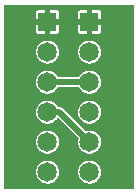
<source format=gtl>
%FSLAX33Y33*%
%MOMM*%
%ADD10C,0.0508*%
%ADD11C,0.508*%
%ADD12R,1.65X1.65*%
%ADD13C,1.65*%
D10*
%LNpour fill*%
G01*
X11430Y16002D02*
X11430Y16002D01*
X0508Y16002*
X0508Y0508*
X11430Y0508*
X11430Y16002*
X5016Y13576D02*
X4391Y13576D01*
X4391Y13831*
X3991Y13831*
X3991Y13576*
X3366Y13576*
X3334Y13578*
X3303Y13586*
X3273Y13598*
X3246Y13615*
X3222Y13636*
X3201Y13660*
X3184Y13687*
X3172Y13717*
X3164Y13748*
X3162Y13780*
X3162Y14405*
X3417Y14405*
X3417Y14805*
X3162Y14805*
X3162Y15430*
X3164Y15462*
X3172Y15493*
X3184Y15523*
X3201Y15550*
X3222Y15574*
X3246Y15595*
X3273Y15612*
X3303Y15624*
X3334Y15632*
X3366Y15634*
X3991Y15634*
X3991Y15379*
X4391Y15379*
X4391Y15634*
X5016Y15634*
X5048Y15632*
X5079Y15624*
X5109Y15612*
X5136Y15595*
X5160Y15574*
X5181Y15550*
X5198Y15523*
X5210Y15493*
X5218Y15462*
X5220Y15430*
X5220Y14805*
X4965Y14805*
X4965Y14405*
X5220Y14405*
X5220Y13780*
X5218Y13748*
X5210Y13717*
X5198Y13687*
X5181Y13660*
X5160Y13636*
X5136Y13615*
X5109Y13598*
X5079Y13586*
X5048Y13578*
X5016Y13576*
X8572Y13576D02*
X7947Y13576D01*
X7947Y13831*
X7547Y13831*
X7547Y13576*
X6922Y13576*
X6890Y13578*
X6859Y13586*
X6829Y13598*
X6802Y13615*
X6778Y13636*
X6757Y13660*
X6740Y13687*
X6728Y13717*
X6720Y13748*
X6718Y13780*
X6718Y14405*
X6973Y14405*
X6973Y14805*
X6718Y14805*
X6718Y15430*
X6720Y15462*
X6728Y15493*
X6740Y15523*
X6757Y15550*
X6778Y15574*
X6802Y15595*
X6829Y15612*
X6859Y15624*
X6890Y15632*
X6922Y15634*
X7547Y15634*
X7547Y15379*
X7947Y15379*
X7947Y15634*
X8572Y15634*
X8604Y15632*
X8635Y15624*
X8665Y15612*
X8692Y15595*
X8716Y15574*
X8737Y15550*
X8754Y15523*
X8766Y15493*
X8774Y15462*
X8776Y15430*
X8776Y14805*
X8521Y14805*
X8521Y14405*
X8776Y14405*
X8776Y13780*
X8774Y13748*
X8766Y13717*
X8754Y13687*
X8737Y13660*
X8716Y13636*
X8692Y13615*
X8665Y13598*
X8635Y13586*
X8604Y13578*
X8572Y13576*
X4315Y11043D02*
X4067Y11043D01*
X3826Y11103*
X3606Y11218*
X3421Y11383*
X3280Y11587*
X3192Y11819*
X3162Y12065*
X3192Y12311*
X3280Y12543*
X3421Y12747*
X3606Y12912*
X3826Y13027*
X4067Y13087*
X4315Y13087*
X4556Y13027*
X4776Y12912*
X4961Y12747*
X5102Y12543*
X5190Y12311*
X5220Y12065*
X5190Y11819*
X5102Y11587*
X4961Y11383*
X4776Y11218*
X4556Y11103*
X4315Y11043*
X7871Y11043D02*
X7623Y11043D01*
X7382Y11103*
X7162Y11218*
X6977Y11383*
X6836Y11587*
X6748Y11819*
X6718Y12065*
X6748Y12311*
X6836Y12543*
X6977Y12747*
X7162Y12912*
X7382Y13027*
X7623Y13087*
X7871Y13087*
X8112Y13027*
X8332Y12912*
X8517Y12747*
X8658Y12543*
X8746Y12311*
X8776Y12065*
X8746Y11819*
X8658Y11587*
X8517Y11383*
X8332Y11218*
X8112Y11103*
X7871Y11043*
X4315Y8503D02*
X4067Y8503D01*
X3826Y8563*
X3606Y8678*
X3421Y8843*
X3280Y9047*
X3192Y9279*
X3162Y9525*
X3192Y9771*
X3280Y10003*
X3421Y10207*
X3606Y10372*
X3826Y10487*
X4067Y10547*
X4315Y10547*
X4556Y10487*
X4776Y10372*
X4961Y10207*
X5116Y9983*
X6822Y9983*
X6977Y10207*
X7162Y10372*
X7382Y10487*
X7623Y10547*
X7871Y10547*
X8112Y10487*
X8332Y10372*
X8517Y10207*
X8658Y10003*
X8746Y9771*
X8776Y9525*
X8746Y9279*
X8658Y9047*
X8517Y8843*
X8332Y8678*
X8112Y8563*
X7871Y8503*
X7623Y8503*
X7382Y8563*
X7162Y8678*
X6977Y8843*
X6822Y9067*
X5116Y9067*
X4961Y8843*
X4776Y8678*
X4556Y8563*
X4315Y8503*
X7871Y3423D02*
X7623Y3423D01*
X7382Y3483*
X7162Y3598*
X6977Y3763*
X6836Y3967*
X6748Y4199*
X6718Y4445*
X6748Y4691*
X6777Y4767*
X5076Y6468*
X4961Y6303*
X4776Y6138*
X4556Y6023*
X4315Y5963*
X4067Y5963*
X3826Y6023*
X3606Y6138*
X3421Y6303*
X3280Y6507*
X3192Y6739*
X3162Y6985*
X3192Y7231*
X3280Y7463*
X3421Y7667*
X3606Y7832*
X3826Y7947*
X4067Y8007*
X4315Y8007*
X4556Y7947*
X4776Y7832*
X4961Y7667*
X5116Y7443*
X5207Y7443*
X5296Y7434*
X5382Y7408*
X5462Y7366*
X5531Y7309*
X7423Y5417*
X7623Y5467*
X7871Y5467*
X8112Y5407*
X8332Y5292*
X8517Y5127*
X8658Y4923*
X8746Y4691*
X8776Y4445*
X8746Y4199*
X8658Y3967*
X8517Y3763*
X8332Y3598*
X8112Y3483*
X7871Y3423*
X7871Y5963D02*
X7623Y5963D01*
X7382Y6023*
X7162Y6138*
X6977Y6303*
X6836Y6507*
X6748Y6739*
X6718Y6985*
X6748Y7231*
X6836Y7463*
X6977Y7667*
X7162Y7832*
X7382Y7947*
X7623Y8007*
X7871Y8007*
X8112Y7947*
X8332Y7832*
X8517Y7667*
X8658Y7463*
X8746Y7231*
X8776Y6985*
X8746Y6739*
X8658Y6507*
X8517Y6303*
X8332Y6138*
X8112Y6023*
X7871Y5963*
X4315Y3423D02*
X4067Y3423D01*
X3826Y3483*
X3606Y3598*
X3421Y3763*
X3280Y3967*
X3192Y4199*
X3162Y4445*
X3192Y4691*
X3280Y4923*
X3421Y5127*
X3606Y5292*
X3826Y5407*
X4067Y5467*
X4315Y5467*
X4556Y5407*
X4776Y5292*
X4961Y5127*
X5102Y4923*
X5190Y4691*
X5220Y4445*
X5190Y4199*
X5102Y3967*
X4961Y3763*
X4776Y3598*
X4556Y3483*
X4315Y3423*
X4315Y0883D02*
X4067Y0883D01*
X3826Y0943*
X3606Y1058*
X3421Y1223*
X3280Y1427*
X3192Y1659*
X3162Y1905*
X3192Y2151*
X3280Y2383*
X3421Y2587*
X3606Y2752*
X3826Y2867*
X4067Y2927*
X4315Y2927*
X4556Y2867*
X4776Y2752*
X4961Y2587*
X5102Y2383*
X5190Y2151*
X5220Y1905*
X5190Y1659*
X5102Y1427*
X4961Y1223*
X4776Y1058*
X4556Y0943*
X4315Y0883*
X7871Y0883D02*
X7623Y0883D01*
X7382Y0943*
X7162Y1058*
X6977Y1223*
X6836Y1427*
X6748Y1659*
X6718Y1905*
X6748Y2151*
X6836Y2383*
X6977Y2587*
X7162Y2752*
X7382Y2867*
X7623Y2927*
X7871Y2927*
X8112Y2867*
X8332Y2752*
X8517Y2587*
X8658Y2383*
X8746Y2151*
X8776Y1905*
X8746Y1659*
X8658Y1427*
X8517Y1223*
X8332Y1058*
X8112Y0943*
X7871Y0883*
X0508Y0558D02*
X11430Y0558D01*
X0508Y0607D02*
X11430Y0607D01*
X0508Y0657D02*
X11430Y0657D01*
X0508Y0706D02*
X11430Y0706D01*
X0508Y0756D02*
X11430Y0756D01*
X0508Y0805D02*
X11430Y0805D01*
X0508Y0855D02*
X11430Y0855D01*
X0508Y0904D02*
X3981Y0904D01*
X4401Y0904D02*
X7537Y0904D01*
X7957Y0904D02*
X11430Y0904D01*
X0508Y0954D02*
X3804Y0954D01*
X4578Y0954D02*
X7360Y0954D01*
X8134Y0954D02*
X11430Y0954D01*
X0508Y1003D02*
X3710Y1003D01*
X4672Y1003D02*
X7266Y1003D01*
X8228Y1003D02*
X11430Y1003D01*
X0508Y1053D02*
X3616Y1053D01*
X4766Y1053D02*
X7172Y1053D01*
X8322Y1053D02*
X11430Y1053D01*
X0508Y1102D02*
X3556Y1102D01*
X4826Y1102D02*
X7112Y1102D01*
X8382Y1102D02*
X11430Y1102D01*
X0508Y1152D02*
X3500Y1152D01*
X4882Y1152D02*
X7056Y1152D01*
X8438Y1152D02*
X11430Y1152D01*
X0508Y1201D02*
X3444Y1201D01*
X4938Y1201D02*
X7000Y1201D01*
X8494Y1201D02*
X11430Y1201D01*
X0508Y1251D02*
X3401Y1251D01*
X4981Y1251D02*
X6957Y1251D01*
X8537Y1251D02*
X11430Y1251D01*
X0508Y1300D02*
X3367Y1300D01*
X5015Y1300D02*
X6923Y1300D01*
X8571Y1300D02*
X11430Y1300D01*
X0508Y1350D02*
X3332Y1350D01*
X5050Y1350D02*
X6888Y1350D01*
X8606Y1350D02*
X11430Y1350D01*
X0508Y1400D02*
X3298Y1400D01*
X5084Y1400D02*
X6854Y1400D01*
X8640Y1400D02*
X11430Y1400D01*
X0508Y1449D02*
X3271Y1449D01*
X5111Y1449D02*
X6827Y1449D01*
X8667Y1449D02*
X11430Y1449D01*
X0508Y1499D02*
X3252Y1499D01*
X5130Y1499D02*
X6808Y1499D01*
X8686Y1499D02*
X11430Y1499D01*
X0508Y1548D02*
X3233Y1548D01*
X5149Y1548D02*
X6789Y1548D01*
X8705Y1548D02*
X11430Y1548D01*
X0508Y1598D02*
X3215Y1598D01*
X5167Y1598D02*
X6771Y1598D01*
X8723Y1598D02*
X11430Y1598D01*
X0508Y1647D02*
X3196Y1647D01*
X5186Y1647D02*
X6752Y1647D01*
X8742Y1647D02*
X11430Y1647D01*
X0508Y1697D02*
X3187Y1697D01*
X5195Y1697D02*
X6743Y1697D01*
X8751Y1697D02*
X11430Y1697D01*
X0508Y1746D02*
X3181Y1746D01*
X5201Y1746D02*
X6737Y1746D01*
X8757Y1746D02*
X11430Y1746D01*
X0508Y1796D02*
X3175Y1796D01*
X5207Y1796D02*
X6731Y1796D01*
X8763Y1796D02*
X11430Y1796D01*
X0508Y1845D02*
X3169Y1845D01*
X5213Y1845D02*
X6725Y1845D01*
X8769Y1845D02*
X11430Y1845D01*
X0508Y1895D02*
X3163Y1895D01*
X5219Y1895D02*
X6719Y1895D01*
X8775Y1895D02*
X11430Y1895D01*
X0508Y1944D02*
X3166Y1944D01*
X5216Y1944D02*
X6722Y1944D01*
X8772Y1944D02*
X11430Y1944D01*
X0508Y1994D02*
X3172Y1994D01*
X5210Y1994D02*
X6728Y1994D01*
X8766Y1994D02*
X11430Y1994D01*
X0508Y2043D02*
X3178Y2043D01*
X5204Y2043D02*
X6734Y2043D01*
X8760Y2043D02*
X11430Y2043D01*
X0508Y2093D02*
X3184Y2093D01*
X5198Y2093D02*
X6740Y2093D01*
X8754Y2093D02*
X11430Y2093D01*
X0508Y2142D02*
X3190Y2142D01*
X5192Y2142D02*
X6746Y2142D01*
X8748Y2142D02*
X11430Y2142D01*
X0508Y2192D02*
X3207Y2192D01*
X5175Y2192D02*
X6763Y2192D01*
X8731Y2192D02*
X11430Y2192D01*
X0508Y2242D02*
X3226Y2242D01*
X5156Y2242D02*
X6782Y2242D01*
X8712Y2242D02*
X11430Y2242D01*
X0508Y2291D02*
X3244Y2291D01*
X5138Y2291D02*
X6800Y2291D01*
X8694Y2291D02*
X11430Y2291D01*
X0508Y2341D02*
X3263Y2341D01*
X5119Y2341D02*
X6819Y2341D01*
X8675Y2341D02*
X11430Y2341D01*
X0508Y2390D02*
X3284Y2390D01*
X5098Y2390D02*
X6840Y2390D01*
X8654Y2390D02*
X11430Y2390D01*
X0508Y2440D02*
X3318Y2440D01*
X5064Y2440D02*
X6874Y2440D01*
X8620Y2440D02*
X11430Y2440D01*
X0508Y2489D02*
X3352Y2489D01*
X5030Y2489D02*
X6908Y2489D01*
X8586Y2489D02*
X11430Y2489D01*
X0508Y2539D02*
X3387Y2539D01*
X4995Y2539D02*
X6943Y2539D01*
X8551Y2539D02*
X11430Y2539D01*
X0508Y2588D02*
X3421Y2588D01*
X4961Y2588D02*
X6977Y2588D01*
X8517Y2588D02*
X11430Y2588D01*
X0508Y2638D02*
X3477Y2638D01*
X4905Y2638D02*
X7033Y2638D01*
X8461Y2638D02*
X11430Y2638D01*
X0508Y2687D02*
X3533Y2687D01*
X4849Y2687D02*
X7089Y2687D01*
X8405Y2687D02*
X11430Y2687D01*
X0508Y2737D02*
X3589Y2737D01*
X4793Y2737D02*
X7145Y2737D01*
X8349Y2737D02*
X11430Y2737D01*
X0508Y2786D02*
X3671Y2786D01*
X4711Y2786D02*
X7227Y2786D01*
X8267Y2786D02*
X11430Y2786D01*
X0508Y2836D02*
X3766Y2836D01*
X4616Y2836D02*
X7322Y2836D01*
X8172Y2836D02*
X11430Y2836D01*
X0508Y2885D02*
X3899Y2885D01*
X4483Y2885D02*
X7455Y2885D01*
X8039Y2885D02*
X11430Y2885D01*
X0508Y2935D02*
X11430Y2935D01*
X0508Y2985D02*
X11430Y2985D01*
X0508Y3034D02*
X11430Y3034D01*
X0508Y3084D02*
X11430Y3084D01*
X0508Y3133D02*
X11430Y3133D01*
X0508Y3183D02*
X11430Y3183D01*
X0508Y3232D02*
X11430Y3232D01*
X0508Y3282D02*
X11430Y3282D01*
X0508Y3331D02*
X11430Y3331D01*
X0508Y3381D02*
X11430Y3381D01*
X0508Y3430D02*
X4038Y3430D01*
X4344Y3430D02*
X7594Y3430D01*
X7900Y3430D02*
X11430Y3430D01*
X0508Y3480D02*
X3837Y3480D01*
X4545Y3480D02*
X7393Y3480D01*
X8101Y3480D02*
X11430Y3480D01*
X0508Y3529D02*
X3737Y3529D01*
X4645Y3529D02*
X7293Y3529D01*
X8201Y3529D02*
X11430Y3529D01*
X0508Y3579D02*
X3642Y3579D01*
X4740Y3579D02*
X7198Y3579D01*
X8296Y3579D02*
X11430Y3579D01*
X0508Y3628D02*
X3572Y3628D01*
X4810Y3628D02*
X7128Y3628D01*
X8366Y3628D02*
X11430Y3628D01*
X0508Y3678D02*
X3516Y3678D01*
X4866Y3678D02*
X7072Y3678D01*
X8422Y3678D02*
X11430Y3678D01*
X0508Y3727D02*
X3460Y3727D01*
X4922Y3727D02*
X7016Y3727D01*
X8478Y3727D02*
X11430Y3727D01*
X0508Y3777D02*
X3410Y3777D01*
X4972Y3777D02*
X6966Y3777D01*
X8528Y3777D02*
X11430Y3777D01*
X0508Y3827D02*
X3376Y3827D01*
X5006Y3827D02*
X6932Y3827D01*
X8562Y3827D02*
X11430Y3827D01*
X0508Y3876D02*
X3342Y3876D01*
X5040Y3876D02*
X6898Y3876D01*
X8596Y3876D02*
X11430Y3876D01*
X0508Y3926D02*
X3308Y3926D01*
X5074Y3926D02*
X6864Y3926D01*
X8630Y3926D02*
X11430Y3926D01*
X0508Y3975D02*
X3276Y3975D01*
X5106Y3975D02*
X6832Y3975D01*
X8662Y3975D02*
X11430Y3975D01*
X0508Y4025D02*
X3257Y4025D01*
X5125Y4025D02*
X6813Y4025D01*
X8681Y4025D02*
X11430Y4025D01*
X0508Y4074D02*
X3239Y4074D01*
X5143Y4074D02*
X6795Y4074D01*
X8699Y4074D02*
X11430Y4074D01*
X0508Y4124D02*
X3220Y4124D01*
X5162Y4124D02*
X6776Y4124D01*
X8718Y4124D02*
X11430Y4124D01*
X0508Y4173D02*
X3201Y4173D01*
X5181Y4173D02*
X6757Y4173D01*
X8737Y4173D02*
X11430Y4173D01*
X0508Y4223D02*
X3189Y4223D01*
X5193Y4223D02*
X6745Y4223D01*
X8749Y4223D02*
X11430Y4223D01*
X0508Y4272D02*
X3183Y4272D01*
X5199Y4272D02*
X6739Y4272D01*
X8755Y4272D02*
X11430Y4272D01*
X0508Y4322D02*
X3177Y4322D01*
X5205Y4322D02*
X6733Y4322D01*
X8761Y4322D02*
X11430Y4322D01*
X0508Y4371D02*
X3170Y4371D01*
X5212Y4371D02*
X6726Y4371D01*
X8768Y4371D02*
X11430Y4371D01*
X0508Y4421D02*
X3164Y4421D01*
X5218Y4421D02*
X6720Y4421D01*
X8774Y4421D02*
X11430Y4421D01*
X0508Y4470D02*
X3165Y4470D01*
X5217Y4470D02*
X6721Y4470D01*
X8773Y4470D02*
X11430Y4470D01*
X0508Y4520D02*
X3171Y4520D01*
X5211Y4520D02*
X6727Y4520D01*
X8767Y4520D02*
X11430Y4520D01*
X0508Y4569D02*
X3177Y4569D01*
X5205Y4569D02*
X6733Y4569D01*
X8761Y4569D02*
X11430Y4569D01*
X0508Y4619D02*
X3183Y4619D01*
X5199Y4619D02*
X6739Y4619D01*
X8755Y4619D02*
X11430Y4619D01*
X0508Y4669D02*
X3189Y4669D01*
X5193Y4669D02*
X6745Y4669D01*
X8749Y4669D02*
X11430Y4669D01*
X0508Y4718D02*
X3202Y4718D01*
X5180Y4718D02*
X6758Y4718D01*
X8736Y4718D02*
X11430Y4718D01*
X0508Y4768D02*
X3220Y4768D01*
X5162Y4768D02*
X6776Y4768D01*
X8718Y4768D02*
X11430Y4768D01*
X0508Y4817D02*
X3239Y4817D01*
X5143Y4817D02*
X6727Y4817D01*
X8699Y4817D02*
X11430Y4817D01*
X0508Y4867D02*
X3258Y4867D01*
X5124Y4867D02*
X6677Y4867D01*
X8680Y4867D02*
X11430Y4867D01*
X0508Y4916D02*
X3277Y4916D01*
X5105Y4916D02*
X6627Y4916D01*
X8661Y4916D02*
X11430Y4916D01*
X0508Y4966D02*
X3309Y4966D01*
X5073Y4966D02*
X6578Y4966D01*
X8629Y4966D02*
X11430Y4966D01*
X0508Y5015D02*
X3343Y5015D01*
X5039Y5015D02*
X6528Y5015D01*
X8595Y5015D02*
X11430Y5015D01*
X0508Y5065D02*
X3377Y5065D01*
X5005Y5065D02*
X6479Y5065D01*
X8561Y5065D02*
X11430Y5065D01*
X0508Y5114D02*
X3411Y5114D01*
X4971Y5114D02*
X6429Y5114D01*
X8527Y5114D02*
X11430Y5114D01*
X0508Y5164D02*
X3461Y5164D01*
X4921Y5164D02*
X6380Y5164D01*
X8477Y5164D02*
X11430Y5164D01*
X0508Y5213D02*
X3517Y5213D01*
X4865Y5213D02*
X6330Y5213D01*
X8421Y5213D02*
X11430Y5213D01*
X0508Y5263D02*
X3573Y5263D01*
X4809Y5263D02*
X6281Y5263D01*
X8365Y5263D02*
X11430Y5263D01*
X0508Y5312D02*
X3645Y5312D01*
X4737Y5312D02*
X6231Y5312D01*
X8293Y5312D02*
X11430Y5312D01*
X0508Y5362D02*
X3739Y5362D01*
X4643Y5362D02*
X6182Y5362D01*
X8199Y5362D02*
X11430Y5362D01*
X0508Y5411D02*
X3842Y5411D01*
X4540Y5411D02*
X6132Y5411D01*
X8096Y5411D02*
X11430Y5411D01*
X0508Y5461D02*
X4043Y5461D01*
X4339Y5461D02*
X6083Y5461D01*
X7379Y5461D02*
X7599Y5461D01*
X7895Y5461D02*
X11430Y5461D01*
X0508Y5511D02*
X6033Y5511D01*
X7330Y5511D02*
X11430Y5511D01*
X0508Y5560D02*
X5984Y5560D01*
X7280Y5560D02*
X11430Y5560D01*
X0508Y5610D02*
X5934Y5610D01*
X7231Y5610D02*
X11430Y5610D01*
X0508Y5659D02*
X5885Y5659D01*
X7181Y5659D02*
X11430Y5659D01*
X0508Y5709D02*
X5835Y5709D01*
X7132Y5709D02*
X11430Y5709D01*
X0508Y5758D02*
X5785Y5758D01*
X7082Y5758D02*
X11430Y5758D01*
X0508Y5808D02*
X5736Y5808D01*
X7033Y5808D02*
X11430Y5808D01*
X0508Y5857D02*
X5686Y5857D01*
X6983Y5857D02*
X11430Y5857D01*
X0508Y5907D02*
X5637Y5907D01*
X6934Y5907D02*
X11430Y5907D01*
X0508Y5956D02*
X5587Y5956D01*
X6884Y5956D02*
X11430Y5956D01*
X0508Y6006D02*
X3893Y6006D01*
X4489Y6006D02*
X5538Y6006D01*
X6835Y6006D02*
X7449Y6006D01*
X8045Y6006D02*
X11430Y6006D01*
X0508Y6055D02*
X3763Y6055D01*
X4619Y6055D02*
X5488Y6055D01*
X6785Y6055D02*
X7319Y6055D01*
X8175Y6055D02*
X11430Y6055D01*
X0508Y6105D02*
X3669Y6105D01*
X4713Y6105D02*
X5439Y6105D01*
X6735Y6105D02*
X7225Y6105D01*
X8269Y6105D02*
X11430Y6105D01*
X0508Y6154D02*
X3587Y6154D01*
X4795Y6154D02*
X5389Y6154D01*
X6686Y6154D02*
X7143Y6154D01*
X8351Y6154D02*
X11430Y6154D01*
X0508Y6204D02*
X3532Y6204D01*
X4850Y6204D02*
X5340Y6204D01*
X6636Y6204D02*
X7088Y6204D01*
X8406Y6204D02*
X11430Y6204D01*
X0508Y6253D02*
X3476Y6253D01*
X4906Y6253D02*
X5290Y6253D01*
X6587Y6253D02*
X7032Y6253D01*
X8462Y6253D02*
X11430Y6253D01*
X0508Y6303D02*
X3420Y6303D01*
X4962Y6303D02*
X5241Y6303D01*
X6537Y6303D02*
X6976Y6303D01*
X8518Y6303D02*
X11430Y6303D01*
X0508Y6353D02*
X3386Y6353D01*
X4996Y6353D02*
X5191Y6353D01*
X6488Y6353D02*
X6942Y6353D01*
X8552Y6353D02*
X11430Y6353D01*
X0508Y6402D02*
X3352Y6402D01*
X5030Y6402D02*
X5142Y6402D01*
X6438Y6402D02*
X6908Y6402D01*
X8586Y6402D02*
X11430Y6402D01*
X0508Y6452D02*
X3317Y6452D01*
X5065Y6452D02*
X5092Y6452D01*
X6389Y6452D02*
X6873Y6452D01*
X8621Y6452D02*
X11430Y6452D01*
X0508Y6501D02*
X3283Y6501D01*
X6339Y6501D02*
X6839Y6501D01*
X8655Y6501D02*
X11430Y6501D01*
X0508Y6551D02*
X3263Y6551D01*
X6290Y6551D02*
X6819Y6551D01*
X8675Y6551D02*
X11430Y6551D01*
X0508Y6600D02*
X3244Y6600D01*
X6240Y6600D02*
X6800Y6600D01*
X8694Y6600D02*
X11430Y6600D01*
X0508Y6650D02*
X3225Y6650D01*
X6191Y6650D02*
X6781Y6650D01*
X8713Y6650D02*
X11430Y6650D01*
X0508Y6699D02*
X3206Y6699D01*
X6141Y6699D02*
X6762Y6699D01*
X8732Y6699D02*
X11430Y6699D01*
X0508Y6749D02*
X3190Y6749D01*
X6092Y6749D02*
X6746Y6749D01*
X8748Y6749D02*
X11430Y6749D01*
X0508Y6798D02*
X3184Y6798D01*
X6042Y6798D02*
X6740Y6798D01*
X8754Y6798D02*
X11430Y6798D01*
X0508Y6848D02*
X3178Y6848D01*
X5993Y6848D02*
X6734Y6848D01*
X8760Y6848D02*
X11430Y6848D01*
X0508Y6897D02*
X3172Y6897D01*
X5943Y6897D02*
X6728Y6897D01*
X8766Y6897D02*
X11430Y6897D01*
X0508Y6947D02*
X3166Y6947D01*
X5893Y6947D02*
X6722Y6947D01*
X8772Y6947D02*
X11430Y6947D01*
X0508Y6996D02*
X3163Y6996D01*
X5844Y6996D02*
X6719Y6996D01*
X8775Y6996D02*
X11430Y6996D01*
X0508Y7046D02*
X3169Y7046D01*
X5794Y7046D02*
X6725Y7046D01*
X8769Y7046D02*
X11430Y7046D01*
X0508Y7095D02*
X3175Y7095D01*
X5745Y7095D02*
X6731Y7095D01*
X8763Y7095D02*
X11430Y7095D01*
X0508Y7145D02*
X3181Y7145D01*
X5695Y7145D02*
X6737Y7145D01*
X8757Y7145D02*
X11430Y7145D01*
X0508Y7195D02*
X3187Y7195D01*
X5646Y7195D02*
X6743Y7195D01*
X8751Y7195D02*
X11430Y7195D01*
X0508Y7244D02*
X3196Y7244D01*
X5596Y7244D02*
X6752Y7244D01*
X8742Y7244D02*
X11430Y7244D01*
X0508Y7294D02*
X3215Y7294D01*
X5547Y7294D02*
X6771Y7294D01*
X8723Y7294D02*
X11430Y7294D01*
X0508Y7343D02*
X3234Y7343D01*
X5490Y7343D02*
X6790Y7343D01*
X8704Y7343D02*
X11430Y7343D01*
X0508Y7393D02*
X3253Y7393D01*
X5412Y7393D02*
X6809Y7393D01*
X8685Y7393D02*
X11430Y7393D01*
X0508Y7442D02*
X3271Y7442D01*
X5220Y7442D02*
X6827Y7442D01*
X8667Y7442D02*
X11430Y7442D01*
X0508Y7492D02*
X3299Y7492D01*
X5083Y7492D02*
X6855Y7492D01*
X8639Y7492D02*
X11430Y7492D01*
X0508Y7541D02*
X3333Y7541D01*
X5049Y7541D02*
X6889Y7541D01*
X8605Y7541D02*
X11430Y7541D01*
X0508Y7591D02*
X3367Y7591D01*
X5015Y7591D02*
X6923Y7591D01*
X8571Y7591D02*
X11430Y7591D01*
X0508Y7640D02*
X3402Y7640D01*
X4980Y7640D02*
X6958Y7640D01*
X8536Y7640D02*
X11430Y7640D01*
X0508Y7690D02*
X3445Y7690D01*
X4937Y7690D02*
X7001Y7690D01*
X8493Y7690D02*
X11430Y7690D01*
X0508Y7739D02*
X3501Y7739D01*
X4881Y7739D02*
X7057Y7739D01*
X8437Y7739D02*
X11430Y7739D01*
X0508Y7789D02*
X3557Y7789D01*
X4825Y7789D02*
X7113Y7789D01*
X8381Y7789D02*
X11430Y7789D01*
X0508Y7838D02*
X3618Y7838D01*
X4764Y7838D02*
X7174Y7838D01*
X8320Y7838D02*
X11430Y7838D01*
X0508Y7888D02*
X3712Y7888D01*
X4670Y7888D02*
X7268Y7888D01*
X8226Y7888D02*
X11430Y7888D01*
X0508Y7938D02*
X3807Y7938D01*
X4575Y7938D02*
X7363Y7938D01*
X8131Y7938D02*
X11430Y7938D01*
X0508Y7987D02*
X3986Y7987D01*
X4396Y7987D02*
X7542Y7987D01*
X7952Y7987D02*
X11430Y7987D01*
X0508Y8037D02*
X11430Y8037D01*
X0508Y8086D02*
X11430Y8086D01*
X0508Y8136D02*
X11430Y8136D01*
X0508Y8185D02*
X11430Y8185D01*
X0508Y8235D02*
X11430Y8235D01*
X0508Y8284D02*
X11430Y8284D01*
X0508Y8334D02*
X11430Y8334D01*
X0508Y8383D02*
X11430Y8383D01*
X0508Y8433D02*
X11430Y8433D01*
X0508Y8482D02*
X11430Y8482D01*
X0508Y8532D02*
X3950Y8532D01*
X4432Y8532D02*
X7506Y8532D01*
X7988Y8532D02*
X11430Y8532D01*
X0508Y8581D02*
X3790Y8581D01*
X4592Y8581D02*
X7346Y8581D01*
X8148Y8581D02*
X11430Y8581D01*
X0508Y8631D02*
X3695Y8631D01*
X4687Y8631D02*
X7251Y8631D01*
X8243Y8631D02*
X11430Y8631D01*
X0508Y8680D02*
X3603Y8680D01*
X4779Y8680D02*
X7159Y8680D01*
X8335Y8680D02*
X11430Y8680D01*
X0508Y8730D02*
X3547Y8730D01*
X4835Y8730D02*
X7103Y8730D01*
X8391Y8730D02*
X11430Y8730D01*
X0508Y8780D02*
X3491Y8780D01*
X4891Y8780D02*
X7047Y8780D01*
X8447Y8780D02*
X11430Y8780D01*
X0508Y8829D02*
X3435Y8829D01*
X4947Y8829D02*
X6991Y8829D01*
X8503Y8829D02*
X11430Y8829D01*
X0508Y8879D02*
X3395Y8879D01*
X4987Y8879D02*
X6951Y8879D01*
X8543Y8879D02*
X11430Y8879D01*
X0508Y8928D02*
X3361Y8928D01*
X5021Y8928D02*
X6917Y8928D01*
X8577Y8928D02*
X11430Y8928D01*
X0508Y8978D02*
X3327Y8978D01*
X5055Y8978D02*
X6883Y8978D01*
X8611Y8978D02*
X11430Y8978D01*
X0508Y9027D02*
X3293Y9027D01*
X5089Y9027D02*
X6849Y9027D01*
X8645Y9027D02*
X11430Y9027D01*
X0508Y9077D02*
X3268Y9077D01*
X8670Y9077D02*
X11430Y9077D01*
X0508Y9126D02*
X3249Y9126D01*
X8689Y9126D02*
X11430Y9126D01*
X0508Y9176D02*
X3230Y9176D01*
X8708Y9176D02*
X11430Y9176D01*
X0508Y9225D02*
X3212Y9225D01*
X8726Y9225D02*
X11430Y9225D01*
X0508Y9275D02*
X3193Y9275D01*
X8745Y9275D02*
X11430Y9275D01*
X0508Y9324D02*
X3186Y9324D01*
X8752Y9324D02*
X11430Y9324D01*
X0508Y9374D02*
X3180Y9374D01*
X8758Y9374D02*
X11430Y9374D01*
X0508Y9423D02*
X3174Y9423D01*
X8764Y9423D02*
X11430Y9423D01*
X0508Y9473D02*
X3168Y9473D01*
X8770Y9473D02*
X11430Y9473D01*
X0508Y9522D02*
X3162Y9522D01*
X8776Y9522D02*
X11430Y9522D01*
X0508Y9572D02*
X3167Y9572D01*
X8771Y9572D02*
X11430Y9572D01*
X0508Y9622D02*
X3173Y9622D01*
X8765Y9622D02*
X11430Y9622D01*
X0508Y9671D02*
X3179Y9671D01*
X8759Y9671D02*
X11430Y9671D01*
X0508Y9721D02*
X3185Y9721D01*
X8753Y9721D02*
X11430Y9721D01*
X0508Y9770D02*
X3191Y9770D01*
X8747Y9770D02*
X11430Y9770D01*
X0508Y9820D02*
X3210Y9820D01*
X8728Y9820D02*
X11430Y9820D01*
X0508Y9869D02*
X3229Y9869D01*
X8709Y9869D02*
X11430Y9869D01*
X0508Y9919D02*
X3247Y9919D01*
X8691Y9919D02*
X11430Y9919D01*
X0508Y9968D02*
X3266Y9968D01*
X8672Y9968D02*
X11430Y9968D01*
X0508Y10018D02*
X3289Y10018D01*
X5093Y10018D02*
X6845Y10018D01*
X8649Y10018D02*
X11430Y10018D01*
X0508Y10067D02*
X3324Y10067D01*
X5058Y10067D02*
X6880Y10067D01*
X8614Y10067D02*
X11430Y10067D01*
X0508Y10117D02*
X3358Y10117D01*
X5024Y10117D02*
X6914Y10117D01*
X8580Y10117D02*
X11430Y10117D01*
X0508Y10166D02*
X3392Y10166D01*
X4990Y10166D02*
X6948Y10166D01*
X8546Y10166D02*
X11430Y10166D01*
X0508Y10216D02*
X3430Y10216D01*
X4952Y10216D02*
X6986Y10216D01*
X8508Y10216D02*
X11430Y10216D01*
X0508Y10265D02*
X3486Y10265D01*
X4896Y10265D02*
X7042Y10265D01*
X8452Y10265D02*
X11430Y10265D01*
X0508Y10315D02*
X3542Y10315D01*
X4840Y10315D02*
X7098Y10315D01*
X8396Y10315D02*
X11430Y10315D01*
X0508Y10364D02*
X3597Y10364D01*
X4785Y10364D02*
X7153Y10364D01*
X8341Y10364D02*
X11430Y10364D01*
X0508Y10414D02*
X3686Y10414D01*
X4696Y10414D02*
X7242Y10414D01*
X8252Y10414D02*
X11430Y10414D01*
X0508Y10464D02*
X3780Y10464D01*
X4602Y10464D02*
X7336Y10464D01*
X8158Y10464D02*
X11430Y10464D01*
X0508Y10513D02*
X3929Y10513D01*
X4453Y10513D02*
X7485Y10513D01*
X8009Y10513D02*
X11430Y10513D01*
X0508Y10563D02*
X11430Y10563D01*
X0508Y10612D02*
X11430Y10612D01*
X0508Y10662D02*
X11430Y10662D01*
X0508Y10711D02*
X11430Y10711D01*
X0508Y10761D02*
X11430Y10761D01*
X0508Y10810D02*
X11430Y10810D01*
X0508Y10860D02*
X11430Y10860D01*
X0508Y10909D02*
X11430Y10909D01*
X0508Y10959D02*
X11430Y10959D01*
X0508Y11008D02*
X11430Y11008D01*
X0508Y11058D02*
X4007Y11058D01*
X4375Y11058D02*
X7563Y11058D01*
X7931Y11058D02*
X11430Y11058D01*
X0508Y11107D02*
X3816Y11107D01*
X4566Y11107D02*
X7372Y11107D01*
X8122Y11107D02*
X11430Y11107D01*
X0508Y11157D02*
X3722Y11157D01*
X4660Y11157D02*
X7278Y11157D01*
X8216Y11157D02*
X11430Y11157D01*
X0508Y11206D02*
X3628Y11206D01*
X4754Y11206D02*
X7184Y11206D01*
X8310Y11206D02*
X11430Y11206D01*
X0508Y11256D02*
X3563Y11256D01*
X4819Y11256D02*
X7119Y11256D01*
X8375Y11256D02*
X11430Y11256D01*
X0508Y11306D02*
X3507Y11306D01*
X4875Y11306D02*
X7063Y11306D01*
X8431Y11306D02*
X11430Y11306D01*
X0508Y11355D02*
X3451Y11355D01*
X4931Y11355D02*
X7007Y11355D01*
X8487Y11355D02*
X11430Y11355D01*
X0508Y11405D02*
X3405Y11405D01*
X4977Y11405D02*
X6961Y11405D01*
X8533Y11405D02*
X11430Y11405D01*
X0508Y11454D02*
X3371Y11454D01*
X5011Y11454D02*
X6927Y11454D01*
X8567Y11454D02*
X11430Y11454D01*
X0508Y11504D02*
X3337Y11504D01*
X5045Y11504D02*
X6893Y11504D01*
X8601Y11504D02*
X11430Y11504D01*
X0508Y11553D02*
X3303Y11553D01*
X5079Y11553D02*
X6859Y11553D01*
X8635Y11553D02*
X11430Y11553D01*
X0508Y11603D02*
X3273Y11603D01*
X5109Y11603D02*
X6829Y11603D01*
X8665Y11603D02*
X11430Y11603D01*
X0508Y11652D02*
X3255Y11652D01*
X5127Y11652D02*
X6811Y11652D01*
X8683Y11652D02*
X11430Y11652D01*
X0508Y11702D02*
X3236Y11702D01*
X5146Y11702D02*
X6792Y11702D01*
X8702Y11702D02*
X11430Y11702D01*
X0508Y11751D02*
X3217Y11751D01*
X5165Y11751D02*
X6773Y11751D01*
X8721Y11751D02*
X11430Y11751D01*
X0508Y11801D02*
X3198Y11801D01*
X5184Y11801D02*
X6754Y11801D01*
X8740Y11801D02*
X11430Y11801D01*
X0508Y11850D02*
X3188Y11850D01*
X5194Y11850D02*
X6744Y11850D01*
X8750Y11850D02*
X11430Y11850D01*
X0508Y11900D02*
X3182Y11900D01*
X5200Y11900D02*
X6738Y11900D01*
X8756Y11900D02*
X11430Y11900D01*
X0508Y11949D02*
X3176Y11949D01*
X5206Y11949D02*
X6732Y11949D01*
X8762Y11949D02*
X11430Y11949D01*
X0508Y11999D02*
X3170Y11999D01*
X5212Y11999D02*
X6726Y11999D01*
X8768Y11999D02*
X11430Y11999D01*
X0508Y12048D02*
X3164Y12048D01*
X5218Y12048D02*
X6720Y12048D01*
X8774Y12048D02*
X11430Y12048D01*
X0508Y12098D02*
X3166Y12098D01*
X5216Y12098D02*
X6722Y12098D01*
X8772Y12098D02*
X11430Y12098D01*
X0508Y12148D02*
X3172Y12148D01*
X5210Y12148D02*
X6728Y12148D01*
X8766Y12148D02*
X11430Y12148D01*
X0508Y12197D02*
X3178Y12197D01*
X5204Y12197D02*
X6734Y12197D01*
X8760Y12197D02*
X11430Y12197D01*
X0508Y12247D02*
X3184Y12247D01*
X5198Y12247D02*
X6740Y12247D01*
X8754Y12247D02*
X11430Y12247D01*
X0508Y12296D02*
X3190Y12296D01*
X5192Y12296D02*
X6746Y12296D01*
X8748Y12296D02*
X11430Y12296D01*
X0508Y12346D02*
X3204Y12346D01*
X5178Y12346D02*
X6760Y12346D01*
X8734Y12346D02*
X11430Y12346D01*
X0508Y12395D02*
X3223Y12395D01*
X5159Y12395D02*
X6779Y12395D01*
X8715Y12395D02*
X11430Y12395D01*
X0508Y12445D02*
X3242Y12445D01*
X5140Y12445D02*
X6798Y12445D01*
X8696Y12445D02*
X11430Y12445D01*
X0508Y12494D02*
X3261Y12494D01*
X5121Y12494D02*
X6817Y12494D01*
X8677Y12494D02*
X11430Y12494D01*
X0508Y12544D02*
X3280Y12544D01*
X5102Y12544D02*
X6836Y12544D01*
X8658Y12544D02*
X11430Y12544D01*
X0508Y12593D02*
X3314Y12593D01*
X5068Y12593D02*
X6870Y12593D01*
X8624Y12593D02*
X11430Y12593D01*
X0508Y12643D02*
X3348Y12643D01*
X5034Y12643D02*
X6904Y12643D01*
X8590Y12643D02*
X11430Y12643D01*
X0508Y12692D02*
X3382Y12692D01*
X5000Y12692D02*
X6938Y12692D01*
X8556Y12692D02*
X11430Y12692D01*
X0508Y12742D02*
X3416Y12742D01*
X4966Y12742D02*
X6972Y12742D01*
X8522Y12742D02*
X11430Y12742D01*
X0508Y12791D02*
X3470Y12791D01*
X4912Y12791D02*
X7026Y12791D01*
X8468Y12791D02*
X11430Y12791D01*
X0508Y12841D02*
X3526Y12841D01*
X4856Y12841D02*
X7082Y12841D01*
X8412Y12841D02*
X11430Y12841D01*
X0508Y12890D02*
X3582Y12890D01*
X4800Y12890D02*
X7138Y12890D01*
X8356Y12890D02*
X11430Y12890D01*
X0508Y12940D02*
X3659Y12940D01*
X4723Y12940D02*
X7215Y12940D01*
X8279Y12940D02*
X11430Y12940D01*
X0508Y12990D02*
X3754Y12990D01*
X4628Y12990D02*
X7310Y12990D01*
X8184Y12990D02*
X11430Y12990D01*
X0508Y13039D02*
X3873Y13039D01*
X4509Y13039D02*
X7429Y13039D01*
X8065Y13039D02*
X11430Y13039D01*
X0508Y13089D02*
X11430Y13089D01*
X0508Y13138D02*
X11430Y13138D01*
X0508Y13188D02*
X11430Y13188D01*
X0508Y13237D02*
X11430Y13237D01*
X0508Y13287D02*
X11430Y13287D01*
X0508Y13336D02*
X11430Y13336D01*
X0508Y13386D02*
X11430Y13386D01*
X0508Y13435D02*
X11430Y13435D01*
X0508Y13485D02*
X11430Y13485D01*
X0508Y13534D02*
X11430Y13534D01*
X0508Y13584D02*
X3310Y13584D01*
X3991Y13584D02*
X4391Y13584D01*
X5072Y13584D02*
X6866Y13584D01*
X7547Y13584D02*
X7947Y13584D01*
X8628Y13584D02*
X11430Y13584D01*
X0508Y13633D02*
X3224Y13633D01*
X3991Y13633D02*
X4391Y13633D01*
X5158Y13633D02*
X6780Y13633D01*
X7547Y13633D02*
X7947Y13633D01*
X8714Y13633D02*
X11430Y13633D01*
X0508Y13683D02*
X3186Y13683D01*
X3991Y13683D02*
X4391Y13683D01*
X5196Y13683D02*
X6742Y13683D01*
X7547Y13683D02*
X7947Y13683D01*
X8752Y13683D02*
X11430Y13683D01*
X0508Y13733D02*
X3168Y13733D01*
X3991Y13733D02*
X4391Y13733D01*
X5214Y13733D02*
X6724Y13733D01*
X7547Y13733D02*
X7947Y13733D01*
X8770Y13733D02*
X11430Y13733D01*
X0508Y13782D02*
X3162Y13782D01*
X3991Y13782D02*
X4391Y13782D01*
X5220Y13782D02*
X6718Y13782D01*
X7547Y13782D02*
X7947Y13782D01*
X8776Y13782D02*
X11430Y13782D01*
X0508Y13832D02*
X3162Y13832D01*
X5220Y13832D02*
X6718Y13832D01*
X8776Y13832D02*
X11430Y13832D01*
X0508Y13881D02*
X3162Y13881D01*
X5220Y13881D02*
X6718Y13881D01*
X8776Y13881D02*
X11430Y13881D01*
X0508Y13931D02*
X3162Y13931D01*
X5220Y13931D02*
X6718Y13931D01*
X8776Y13931D02*
X11430Y13931D01*
X0508Y13980D02*
X3162Y13980D01*
X5220Y13980D02*
X6718Y13980D01*
X8776Y13980D02*
X11430Y13980D01*
X0508Y14030D02*
X3162Y14030D01*
X5220Y14030D02*
X6718Y14030D01*
X8776Y14030D02*
X11430Y14030D01*
X0508Y14079D02*
X3162Y14079D01*
X5220Y14079D02*
X6718Y14079D01*
X8776Y14079D02*
X11430Y14079D01*
X0508Y14129D02*
X3162Y14129D01*
X5220Y14129D02*
X6718Y14129D01*
X8776Y14129D02*
X11430Y14129D01*
X0508Y14178D02*
X3162Y14178D01*
X5220Y14178D02*
X6718Y14178D01*
X8776Y14178D02*
X11430Y14178D01*
X0508Y14228D02*
X3162Y14228D01*
X5220Y14228D02*
X6718Y14228D01*
X8776Y14228D02*
X11430Y14228D01*
X0508Y14277D02*
X3162Y14277D01*
X5220Y14277D02*
X6718Y14277D01*
X8776Y14277D02*
X11430Y14277D01*
X0508Y14327D02*
X3162Y14327D01*
X5220Y14327D02*
X6718Y14327D01*
X8776Y14327D02*
X11430Y14327D01*
X0508Y14376D02*
X3162Y14376D01*
X5220Y14376D02*
X6718Y14376D01*
X8776Y14376D02*
X11430Y14376D01*
X0508Y14426D02*
X3417Y14426D01*
X4965Y14426D02*
X6973Y14426D01*
X8521Y14426D02*
X11430Y14426D01*
X0508Y14475D02*
X3417Y14475D01*
X4965Y14475D02*
X6973Y14475D01*
X8521Y14475D02*
X11430Y14475D01*
X0508Y14525D02*
X3417Y14525D01*
X4965Y14525D02*
X6973Y14525D01*
X8521Y14525D02*
X11430Y14525D01*
X0508Y14575D02*
X3417Y14575D01*
X4965Y14575D02*
X6973Y14575D01*
X8521Y14575D02*
X11430Y14575D01*
X0508Y14624D02*
X3417Y14624D01*
X4965Y14624D02*
X6973Y14624D01*
X8521Y14624D02*
X11430Y14624D01*
X0508Y14674D02*
X3417Y14674D01*
X4965Y14674D02*
X6973Y14674D01*
X8521Y14674D02*
X11430Y14674D01*
X0508Y14723D02*
X3417Y14723D01*
X4965Y14723D02*
X6973Y14723D01*
X8521Y14723D02*
X11430Y14723D01*
X0508Y14773D02*
X3417Y14773D01*
X4965Y14773D02*
X6973Y14773D01*
X8521Y14773D02*
X11430Y14773D01*
X0508Y14822D02*
X3162Y14822D01*
X5220Y14822D02*
X6718Y14822D01*
X8776Y14822D02*
X11430Y14822D01*
X0508Y14872D02*
X3162Y14872D01*
X5220Y14872D02*
X6718Y14872D01*
X8776Y14872D02*
X11430Y14872D01*
X0508Y14921D02*
X3162Y14921D01*
X5220Y14921D02*
X6718Y14921D01*
X8776Y14921D02*
X11430Y14921D01*
X0508Y14971D02*
X3162Y14971D01*
X5220Y14971D02*
X6718Y14971D01*
X8776Y14971D02*
X11430Y14971D01*
X0508Y15020D02*
X3162Y15020D01*
X5220Y15020D02*
X6718Y15020D01*
X8776Y15020D02*
X11430Y15020D01*
X0508Y15070D02*
X3162Y15070D01*
X5220Y15070D02*
X6718Y15070D01*
X8776Y15070D02*
X11430Y15070D01*
X0508Y15119D02*
X3162Y15119D01*
X5220Y15119D02*
X6718Y15119D01*
X8776Y15119D02*
X11430Y15119D01*
X0508Y15169D02*
X3162Y15169D01*
X5220Y15169D02*
X6718Y15169D01*
X8776Y15169D02*
X11430Y15169D01*
X0508Y15218D02*
X3162Y15218D01*
X5220Y15218D02*
X6718Y15218D01*
X8776Y15218D02*
X11430Y15218D01*
X0508Y15268D02*
X3162Y15268D01*
X5220Y15268D02*
X6718Y15268D01*
X8776Y15268D02*
X11430Y15268D01*
X0508Y15317D02*
X3162Y15317D01*
X5220Y15317D02*
X6718Y15317D01*
X8776Y15317D02*
X11430Y15317D01*
X0508Y15367D02*
X3162Y15367D01*
X5220Y15367D02*
X6718Y15367D01*
X8776Y15367D02*
X11430Y15367D01*
X0508Y15417D02*
X3162Y15417D01*
X3991Y15417D02*
X4391Y15417D01*
X5220Y15417D02*
X6718Y15417D01*
X7547Y15417D02*
X7947Y15417D01*
X8776Y15417D02*
X11430Y15417D01*
X0508Y15466D02*
X3165Y15466D01*
X3991Y15466D02*
X4391Y15466D01*
X5217Y15466D02*
X6721Y15466D01*
X7547Y15466D02*
X7947Y15466D01*
X8773Y15466D02*
X11430Y15466D01*
X0508Y15516D02*
X3181Y15516D01*
X3991Y15516D02*
X4391Y15516D01*
X5201Y15516D02*
X6737Y15516D01*
X7547Y15516D02*
X7947Y15516D01*
X8757Y15516D02*
X11430Y15516D01*
X0508Y15565D02*
X3213Y15565D01*
X3991Y15565D02*
X4391Y15565D01*
X5169Y15565D02*
X6769Y15565D01*
X7547Y15565D02*
X7947Y15565D01*
X8725Y15565D02*
X11430Y15565D01*
X0508Y15615D02*
X3279Y15615D01*
X3991Y15615D02*
X4391Y15615D01*
X5103Y15615D02*
X6835Y15615D01*
X7547Y15615D02*
X7947Y15615D01*
X8659Y15615D02*
X11430Y15615D01*
X0508Y15664D02*
X11430Y15664D01*
X0508Y15714D02*
X11430Y15714D01*
X0508Y15763D02*
X11430Y15763D01*
X0508Y15813D02*
X11430Y15813D01*
X0508Y15862D02*
X11430Y15862D01*
X0508Y15912D02*
X11430Y15912D01*
X0508Y15961D02*
X11430Y15961D01*
%LNtop copper_traces*%
D11*
X5207Y6985D02*
X4191Y6985D01*
X7747Y4445D02*
X5207Y6985D01*
X4191Y9525D02*
X7747Y9525D01*
%LNtop copper component 5c77d384395e6726*%
D12*
X4191Y14605D03*
D13*
X4191Y12065D03*
X4191Y9525D03*
X4191Y6985D03*
X4191Y4445D03*
X4191Y1905D03*
%LNtop copper component f1eb1aa749278748*%
D12*
X7747Y14605D03*
D13*
X7747Y12065D03*
X7747Y9525D03*
X7747Y6985D03*
X7747Y4445D03*
X7747Y1905D03*
M02*
</source>
